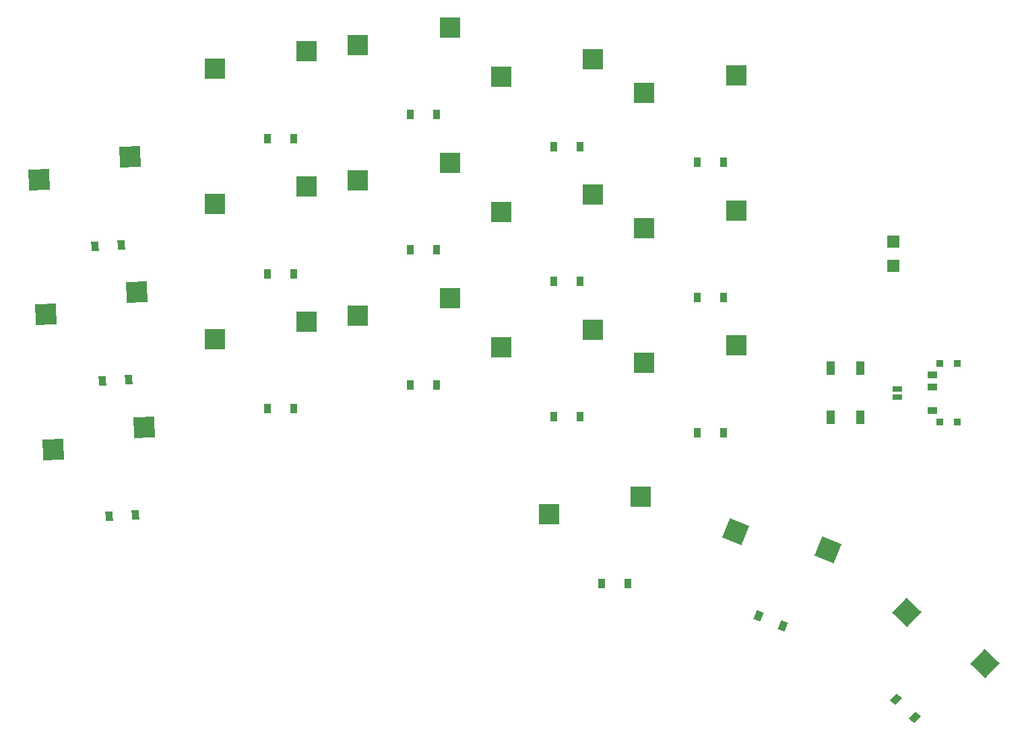
<source format=gbr>
%TF.GenerationSoftware,KiCad,Pcbnew,(6.0.4-0)*%
%TF.CreationDate,2022-05-03T20:10:54+08:00*%
%TF.ProjectId,board,626f6172-642e-46b6-9963-61645f706362,v1.0.0*%
%TF.SameCoordinates,Original*%
%TF.FileFunction,Paste,Top*%
%TF.FilePolarity,Positive*%
%FSLAX46Y46*%
G04 Gerber Fmt 4.6, Leading zero omitted, Abs format (unit mm)*
G04 Created by KiCad (PCBNEW (6.0.4-0)) date 2022-05-03 20:10:54*
%MOMM*%
%LPD*%
G01*
G04 APERTURE LIST*
G04 Aperture macros list*
%AMRotRect*
0 Rectangle, with rotation*
0 The origin of the aperture is its center*
0 $1 length*
0 $2 width*
0 $3 Rotation angle, in degrees counterclockwise*
0 Add horizontal line*
21,1,$1,$2,0,0,$3*%
G04 Aperture macros list end*
%ADD10R,0.900000X0.900000*%
%ADD11R,1.250000X0.900000*%
%ADD12R,1.100000X1.800000*%
%ADD13R,0.900000X1.200000*%
%ADD14RotRect,0.900000X1.200000X338.000000*%
%ADD15RotRect,2.600000X2.600000X3.000000*%
%ADD16R,1.500000X1.500000*%
%ADD17R,2.600000X2.600000*%
%ADD18R,1.143000X0.635000*%
%ADD19RotRect,0.900000X1.200000X316.000000*%
%ADD20RotRect,0.900000X1.200000X3.000000*%
%ADD21RotRect,2.600000X2.600000X338.000000*%
%ADD22RotRect,2.600000X2.600000X316.000000*%
G04 APERTURE END LIST*
D10*
%TO.C,T1*%
X142370000Y-76230000D03*
X144570000Y-76230000D03*
X142370000Y-68830000D03*
X144570000Y-68830000D03*
D11*
X141395000Y-74780000D03*
X141395000Y-71780000D03*
X141395000Y-70280000D03*
%TD*%
D12*
%TO.C,B1*%
X132320000Y-69430000D03*
X132320000Y-75630000D03*
X128620000Y-69430000D03*
X128620000Y-75630000D03*
%TD*%
D13*
%TO.C,D14*%
X111820000Y-60530000D03*
X115120000Y-60530000D03*
%TD*%
D14*
%TO.C,D17*%
X119582984Y-100604791D03*
X122642690Y-101840993D03*
%TD*%
D13*
%TO.C,D15*%
X111820000Y-43530000D03*
X115120000Y-43530000D03*
%TD*%
D15*
%TO.C,S1*%
X42329113Y-76833197D03*
X30910081Y-79634662D03*
%TD*%
D16*
%TO.C,PAD1*%
X136470000Y-56530000D03*
%TD*%
D17*
%TO.C,S11*%
X98745000Y-47580000D03*
X87195000Y-49780000D03*
%TD*%
D18*
%TO.C,J2*%
X136970000Y-72029620D03*
X136970000Y-73030380D03*
%TD*%
D19*
%TO.C,D18*%
X136848108Y-111066099D03*
X139221930Y-113358471D03*
%TD*%
D17*
%TO.C,S7*%
X80745000Y-60580000D03*
X69195000Y-62780000D03*
%TD*%
%TO.C,S13*%
X116745000Y-66580000D03*
X105195000Y-68780000D03*
%TD*%
D20*
%TO.C,D1*%
X37980615Y-88025945D03*
X41276093Y-87853237D03*
%TD*%
D17*
%TO.C,S8*%
X80745000Y-43580000D03*
X69195000Y-45780000D03*
%TD*%
%TO.C,S10*%
X98745000Y-64580000D03*
X87195000Y-66780000D03*
%TD*%
D13*
%TO.C,D16*%
X99820000Y-96530000D03*
X103120000Y-96530000D03*
%TD*%
D17*
%TO.C,S6*%
X62745000Y-29580000D03*
X51195000Y-31780000D03*
%TD*%
D20*
%TO.C,D3*%
X36201192Y-54072540D03*
X39496670Y-53899832D03*
%TD*%
D17*
%TO.C,S9*%
X80745000Y-26580000D03*
X69195000Y-28780000D03*
%TD*%
%TO.C,S15*%
X116745000Y-32580000D03*
X105195000Y-34780000D03*
%TD*%
D13*
%TO.C,D6*%
X57820000Y-40530000D03*
X61120000Y-40530000D03*
%TD*%
D17*
%TO.C,S5*%
X62745000Y-46580000D03*
X51195000Y-48780000D03*
%TD*%
D13*
%TO.C,D9*%
X75820000Y-37530000D03*
X79120000Y-37530000D03*
%TD*%
D20*
%TO.C,D2*%
X37090904Y-71049243D03*
X40386382Y-70876535D03*
%TD*%
D15*
%TO.C,S2*%
X41436076Y-59856495D03*
X30017044Y-62657960D03*
%TD*%
D17*
%TO.C,S16*%
X104745000Y-85580000D03*
X93195000Y-87780000D03*
%TD*%
D15*
%TO.C,S3*%
X40546365Y-42879793D03*
X29127333Y-45681258D03*
%TD*%
D21*
%TO.C,S17*%
X128251306Y-92297066D03*
X116718198Y-90010164D03*
%TD*%
D13*
%TO.C,D12*%
X93820000Y-41530000D03*
X97120000Y-41530000D03*
%TD*%
%TO.C,D8*%
X75820000Y-54530000D03*
X79120000Y-54530000D03*
%TD*%
%TO.C,D13*%
X111820000Y-77530000D03*
X115120000Y-77530000D03*
%TD*%
D17*
%TO.C,S4*%
X62745000Y-63580000D03*
X51195000Y-65780000D03*
%TD*%
D13*
%TO.C,D10*%
X93820000Y-75530000D03*
X97120000Y-75530000D03*
%TD*%
%TO.C,D5*%
X57820000Y-57530000D03*
X61120000Y-57530000D03*
%TD*%
%TO.C,D7*%
X75820000Y-71530000D03*
X79120000Y-71530000D03*
%TD*%
D17*
%TO.C,S14*%
X116745000Y-49580000D03*
X105195000Y-51780000D03*
%TD*%
D13*
%TO.C,D11*%
X93820000Y-58530000D03*
X97120000Y-58530000D03*
%TD*%
D22*
%TO.C,S18*%
X147997366Y-106610520D03*
X138160743Y-100169764D03*
%TD*%
D16*
%TO.C,PAD2*%
X136470000Y-53530000D03*
%TD*%
D17*
%TO.C,S12*%
X98745000Y-30580000D03*
X87195000Y-32780000D03*
%TD*%
D13*
%TO.C,D4*%
X57820000Y-74530000D03*
X61120000Y-74530000D03*
%TD*%
M02*

</source>
